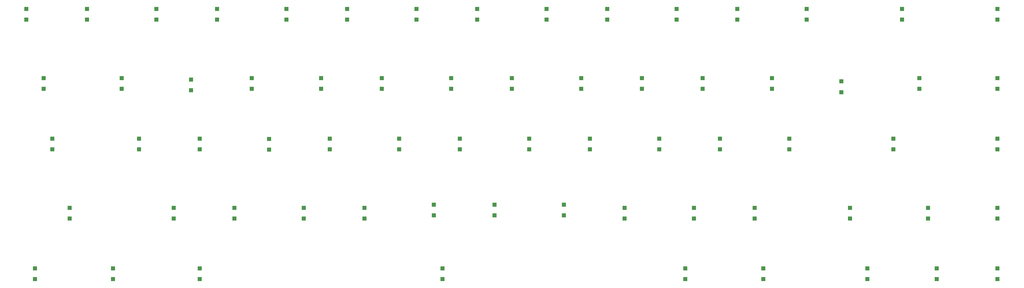
<source format=gbr>
G04 #@! TF.GenerationSoftware,KiCad,Pcbnew,6.0.2+dfsg-1*
G04 #@! TF.CreationDate,2023-02-02T22:28:34+01:00*
G04 #@! TF.ProjectId,keyboard,6b657962-6f61-4726-942e-6b696361645f,rev?*
G04 #@! TF.SameCoordinates,Original*
G04 #@! TF.FileFunction,Paste,Top*
G04 #@! TF.FilePolarity,Positive*
%FSLAX46Y46*%
G04 Gerber Fmt 4.6, Leading zero omitted, Abs format (unit mm)*
G04 Created by KiCad (PCBNEW 6.0.2+dfsg-1) date 2023-02-02 22:28:34*
%MOMM*%
%LPD*%
G01*
G04 APERTURE LIST*
%ADD10R,1.200000X1.200000*%
G04 APERTURE END LIST*
D10*
X317500000Y-39065000D03*
X317500000Y-42215000D03*
X317500000Y-115265000D03*
X317500000Y-118415000D03*
X299720000Y-115265000D03*
X299720000Y-118415000D03*
X279400000Y-115265000D03*
X279400000Y-118415000D03*
X248920000Y-115265000D03*
X248920000Y-118415000D03*
X226060000Y-115265000D03*
X226060000Y-118415000D03*
X154940000Y-115265000D03*
X154940000Y-118415000D03*
X83820000Y-115265000D03*
X83820000Y-118415000D03*
X58420000Y-115265000D03*
X58420000Y-118415000D03*
X35560000Y-115265000D03*
X35560000Y-118415000D03*
X317500000Y-97485000D03*
X317500000Y-100635000D03*
X297180000Y-97485000D03*
X297180000Y-100635000D03*
X274320000Y-97485000D03*
X274320000Y-100635000D03*
X246380000Y-97485000D03*
X246380000Y-100635000D03*
X228600000Y-97485000D03*
X228600000Y-100635000D03*
X208280000Y-97485000D03*
X208280000Y-100635000D03*
X190500000Y-96520000D03*
X190500000Y-99670000D03*
X170180000Y-96520000D03*
X170180000Y-99670000D03*
X152400000Y-96520000D03*
X152400000Y-99670000D03*
X132080000Y-97485000D03*
X132080000Y-100635000D03*
X114300000Y-97485000D03*
X114300000Y-100635000D03*
X93980000Y-97485000D03*
X93980000Y-100635000D03*
X76200000Y-97485000D03*
X76200000Y-100635000D03*
X45720000Y-97485000D03*
X45720000Y-100635000D03*
X317500000Y-77165000D03*
X317500000Y-80315000D03*
X287020000Y-77165000D03*
X287020000Y-80315000D03*
X256540000Y-77165000D03*
X256540000Y-80315000D03*
X236220000Y-77165000D03*
X236220000Y-80315000D03*
X218440000Y-77165000D03*
X218440000Y-80315000D03*
X198120000Y-77165000D03*
X198120000Y-80315000D03*
X180340000Y-77165000D03*
X180340000Y-80315000D03*
X160020000Y-77165000D03*
X160020000Y-80315000D03*
X142240000Y-77165000D03*
X142240000Y-80315000D03*
X121920000Y-77165000D03*
X121920000Y-80315000D03*
X104140000Y-77265500D03*
X104140000Y-80415500D03*
X83820000Y-77165000D03*
X83820000Y-80315000D03*
X66040000Y-77165000D03*
X66040000Y-80315000D03*
X40640000Y-77165000D03*
X40640000Y-80315000D03*
X317500000Y-59385000D03*
X317500000Y-62535000D03*
X294640000Y-59385000D03*
X294640000Y-62535000D03*
X271780000Y-60350000D03*
X271780000Y-63500000D03*
X251460000Y-59385000D03*
X251460000Y-62535000D03*
X231140000Y-62535000D03*
X231140000Y-59385000D03*
X213360000Y-59385000D03*
X213360000Y-62535000D03*
X195580000Y-59385000D03*
X195580000Y-62535000D03*
X175260000Y-59385000D03*
X175260000Y-62535000D03*
X157480000Y-59385000D03*
X157480000Y-62535000D03*
X137160000Y-59385000D03*
X137160000Y-62535000D03*
X119380000Y-62535000D03*
X119380000Y-59385000D03*
X99060000Y-59385000D03*
X99060000Y-62535000D03*
X81280000Y-59790500D03*
X81280000Y-62940500D03*
X60960000Y-59385000D03*
X60960000Y-62535000D03*
X38100000Y-59385000D03*
X38100000Y-62535000D03*
X289560000Y-39065000D03*
X289560000Y-42215000D03*
X261620000Y-39065000D03*
X261620000Y-42215000D03*
X241300000Y-39065000D03*
X241300000Y-42215000D03*
X223520000Y-39065000D03*
X223520000Y-42215000D03*
X203200000Y-39065000D03*
X203200000Y-42215000D03*
X185420000Y-39065000D03*
X185420000Y-42215000D03*
X165100000Y-39065000D03*
X165100000Y-42215000D03*
X147320000Y-39065000D03*
X147320000Y-42215000D03*
X127000000Y-39065000D03*
X127000000Y-42215000D03*
X109220000Y-39065000D03*
X109220000Y-42215000D03*
X88900000Y-39065000D03*
X88900000Y-42215000D03*
X71120000Y-39065000D03*
X71120000Y-42215000D03*
X50800000Y-39065000D03*
X50800000Y-42215000D03*
X33020000Y-39065000D03*
X33020000Y-42215000D03*
M02*

</source>
